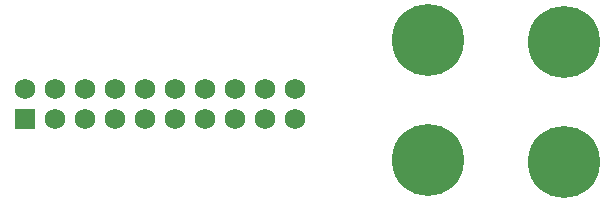
<source format=gbr>
%TF.GenerationSoftware,KiCad,Pcbnew,(5.1.6)-1*%
%TF.CreationDate,2021-12-15T21:30:18+00:00*%
%TF.ProjectId,elegoo_mars_heater,656c6567-6f6f-45f6-9d61-72735f686561,rev?*%
%TF.SameCoordinates,Original*%
%TF.FileFunction,Soldermask,Top*%
%TF.FilePolarity,Negative*%
%FSLAX46Y46*%
G04 Gerber Fmt 4.6, Leading zero omitted, Abs format (unit mm)*
G04 Created by KiCad (PCBNEW (5.1.6)-1) date 2021-12-15 21:30:18*
%MOMM*%
%LPD*%
G01*
G04 APERTURE LIST*
%ADD10C,6.100000*%
%ADD11C,1.750000*%
%ADD12R,1.750000X1.750000*%
G04 APERTURE END LIST*
D10*
%TO.C,J4*%
X189776000Y-69654000D03*
X189776000Y-79814000D03*
%TD*%
%TO.C,J3*%
X178276000Y-69494000D03*
X178276000Y-79654000D03*
%TD*%
D11*
%TO.C,J5*%
X166976000Y-73614000D03*
X166976000Y-76154000D03*
X164436000Y-73614000D03*
X164436000Y-76154000D03*
X161896000Y-73614000D03*
X161896000Y-76154000D03*
X159356000Y-73614000D03*
X159356000Y-76154000D03*
X156816000Y-73614000D03*
X156816000Y-76154000D03*
X154276000Y-73614000D03*
X154276000Y-76154000D03*
X151736000Y-73614000D03*
X151736000Y-76154000D03*
X149196000Y-73614000D03*
X149196000Y-76154000D03*
X146656000Y-73614000D03*
X146656000Y-76154000D03*
X144116000Y-73614000D03*
D12*
X144116000Y-76154000D03*
%TD*%
M02*

</source>
